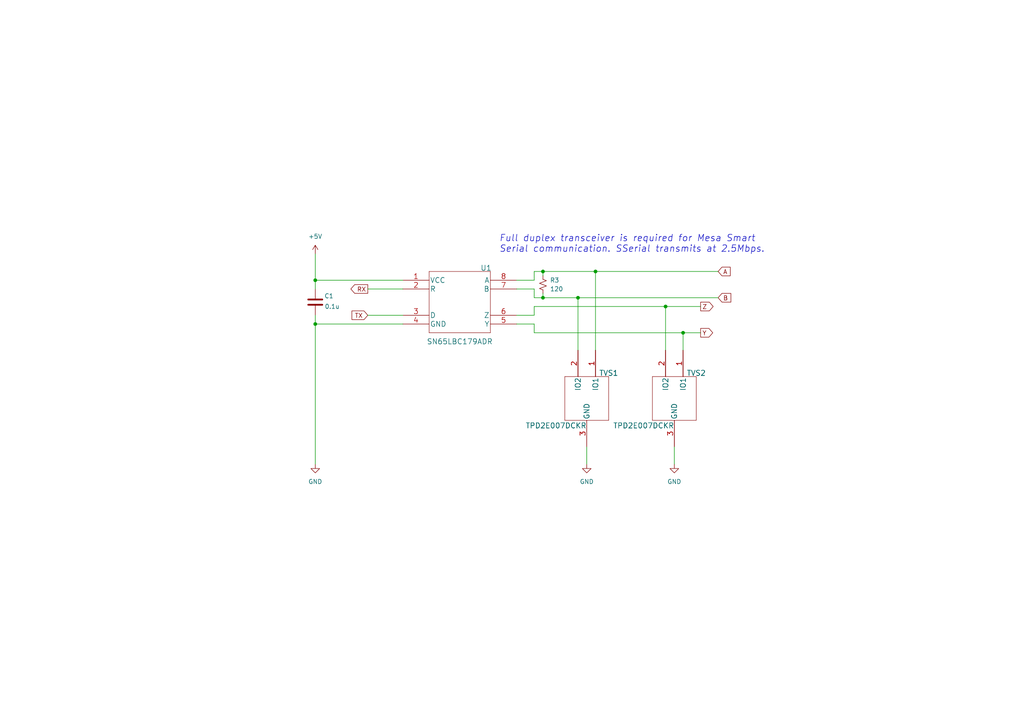
<source format=kicad_sch>
(kicad_sch (version 20230121) (generator eeschema)

  (uuid 571456b8-4e76-47d8-93f4-b2c7cf4a1392)

  (paper "A4")

  (title_block
    (title "M.E.S.S.I Basic")
    (date "2024-01-19")
    (rev "2")
    (company "Desert Shed Studio")
  )

  (lib_symbols
    (symbol "Custom_symbols:SN65LBC179P" (pin_names (offset 0.254)) (in_bom yes) (on_board yes)
      (property "Reference" "U" (at 24.13 6.35 0)
        (effects (font (size 1.524 1.524)))
      )
      (property "Value" "SN65LBC179P" (at 16.51 -13.97 0)
        (effects (font (size 1.524 1.524)))
      )
      (property "Footprint" "P8" (at 25.4 6.096 0)
        (effects (font (size 1.524 1.524)) hide)
      )
      (property "Datasheet" "https://www.ti.com/general/docs/suppproductinfo.tsp?distId=10&gotoUrl=https%3A%2F%2Fwww.ti.com%2Flit%2Fgpn%2Fsn65lbc179a" (at 0 -17.78 0)
        (effects (font (size 1.524 1.524)) hide)
      )
      (property "ki_fp_filters" "P8" (at 0 0 0)
        (effects (font (size 1.27 1.27)) hide)
      )
      (symbol "SN65LBC179P_1_1"
        (polyline
          (pts
            (xy 7.62 -12.7)
            (xy 25.4 -12.7)
          )
          (stroke (width 0.127) (type default))
          (fill (type none))
        )
        (polyline
          (pts
            (xy 7.62 5.08)
            (xy 7.62 -12.7)
          )
          (stroke (width 0.127) (type default))
          (fill (type none))
        )
        (polyline
          (pts
            (xy 25.4 -12.7)
            (xy 25.4 5.08)
          )
          (stroke (width 0.127) (type default))
          (fill (type none))
        )
        (polyline
          (pts
            (xy 25.4 5.08)
            (xy 7.62 5.08)
          )
          (stroke (width 0.127) (type default))
          (fill (type none))
        )
        (pin power_in line (at 0 2.54 0) (length 7.62)
          (name "VCC" (effects (font (size 1.4986 1.4986))))
          (number "1" (effects (font (size 1.4986 1.4986))))
        )
        (pin output line (at 0 0 0) (length 7.62)
          (name "R" (effects (font (size 1.4986 1.4986))))
          (number "2" (effects (font (size 1.4986 1.4986))))
        )
        (pin input line (at 0 -7.62 0) (length 7.62)
          (name "D" (effects (font (size 1.4986 1.4986))))
          (number "3" (effects (font (size 1.4986 1.4986))))
        )
        (pin power_in line (at 0 -10.16 0) (length 7.62)
          (name "GND" (effects (font (size 1.4986 1.4986))))
          (number "4" (effects (font (size 1.4986 1.4986))))
        )
        (pin output line (at 33.02 -10.16 180) (length 7.62)
          (name "Y" (effects (font (size 1.4986 1.4986))))
          (number "5" (effects (font (size 1.4986 1.4986))))
        )
        (pin output line (at 33.02 -7.62 180) (length 7.62)
          (name "Z" (effects (font (size 1.4986 1.4986))))
          (number "6" (effects (font (size 1.4986 1.4986))))
        )
        (pin input line (at 33.02 0 180) (length 7.62)
          (name "B" (effects (font (size 1.4986 1.4986))))
          (number "7" (effects (font (size 1.4986 1.4986))))
        )
        (pin input line (at 33.02 2.54 180) (length 7.62)
          (name "A" (effects (font (size 1.4986 1.4986))))
          (number "8" (effects (font (size 1.4986 1.4986))))
        )
      )
    )
    (symbol "Custom_symbols:TPD2E007DCKR" (pin_names (offset 0.254)) (in_bom yes) (on_board yes)
      (property "Reference" "TVS" (at 0 11.684 0)
        (effects (font (size 1.524 1.524)))
      )
      (property "Value" "TPD2E007DCKR" (at 0 9.144 0)
        (effects (font (size 1.524 1.524)))
      )
      (property "Footprint" "DCK3" (at 0 7.62 0)
        (effects (font (size 1.524 1.524)) hide)
      )
      (property "Datasheet" "" (at -13.97 1.27 0)
        (effects (font (size 1.524 1.524)))
      )
      (property "ki_fp_filters" "DCK3 DCK3-M DCK3-L" (at 0 0 0)
        (effects (font (size 1.27 1.27)) hide)
      )
      (symbol "TPD2E007DCKR_1_1"
        (polyline
          (pts
            (xy -6.35 -6.35)
            (xy 6.35 -6.35)
          )
          (stroke (width 0.127) (type solid))
          (fill (type none))
        )
        (polyline
          (pts
            (xy -6.35 6.35)
            (xy -6.35 -6.35)
          )
          (stroke (width 0.127) (type solid))
          (fill (type none))
        )
        (polyline
          (pts
            (xy 6.35 -6.35)
            (xy 6.35 6.35)
          )
          (stroke (width 0.127) (type solid))
          (fill (type none))
        )
        (polyline
          (pts
            (xy 6.35 6.35)
            (xy -6.35 6.35)
          )
          (stroke (width 0.127) (type solid))
          (fill (type none))
        )
        (pin bidirectional line (at -13.97 2.54 0) (length 7.62)
          (name "IO1" (effects (font (size 1.4986 1.4986))))
          (number "1" (effects (font (size 1.4986 1.4986))))
        )
        (pin bidirectional line (at -13.97 -2.54 0) (length 7.62)
          (name "IO2" (effects (font (size 1.4986 1.4986))))
          (number "2" (effects (font (size 1.4986 1.4986))))
        )
        (pin power_in line (at 13.97 0 180) (length 7.62)
          (name "GND" (effects (font (size 1.4986 1.4986))))
          (number "3" (effects (font (size 1.4986 1.4986))))
        )
      )
    )
    (symbol "Device:C" (pin_numbers hide) (pin_names (offset 0.254)) (in_bom yes) (on_board yes)
      (property "Reference" "C" (at 0.635 2.54 0)
        (effects (font (size 1.27 1.27)) (justify left))
      )
      (property "Value" "C" (at 0.635 -2.54 0)
        (effects (font (size 1.27 1.27)) (justify left))
      )
      (property "Footprint" "" (at 0.9652 -3.81 0)
        (effects (font (size 1.27 1.27)) hide)
      )
      (property "Datasheet" "~" (at 0 0 0)
        (effects (font (size 1.27 1.27)) hide)
      )
      (property "ki_keywords" "cap capacitor" (at 0 0 0)
        (effects (font (size 1.27 1.27)) hide)
      )
      (property "ki_description" "Unpolarized capacitor" (at 0 0 0)
        (effects (font (size 1.27 1.27)) hide)
      )
      (property "ki_fp_filters" "C_*" (at 0 0 0)
        (effects (font (size 1.27 1.27)) hide)
      )
      (symbol "C_0_1"
        (polyline
          (pts
            (xy -2.032 -0.762)
            (xy 2.032 -0.762)
          )
          (stroke (width 0.508) (type default))
          (fill (type none))
        )
        (polyline
          (pts
            (xy -2.032 0.762)
            (xy 2.032 0.762)
          )
          (stroke (width 0.508) (type default))
          (fill (type none))
        )
      )
      (symbol "C_1_1"
        (pin passive line (at 0 3.81 270) (length 2.794)
          (name "~" (effects (font (size 1.27 1.27))))
          (number "1" (effects (font (size 1.27 1.27))))
        )
        (pin passive line (at 0 -3.81 90) (length 2.794)
          (name "~" (effects (font (size 1.27 1.27))))
          (number "2" (effects (font (size 1.27 1.27))))
        )
      )
    )
    (symbol "Device:R_Small_US" (pin_numbers hide) (pin_names (offset 0.254) hide) (in_bom yes) (on_board yes)
      (property "Reference" "R" (at 0.762 0.508 0)
        (effects (font (size 1.27 1.27)) (justify left))
      )
      (property "Value" "R_Small_US" (at 0.762 -1.016 0)
        (effects (font (size 1.27 1.27)) (justify left))
      )
      (property "Footprint" "" (at 0 0 0)
        (effects (font (size 1.27 1.27)) hide)
      )
      (property "Datasheet" "~" (at 0 0 0)
        (effects (font (size 1.27 1.27)) hide)
      )
      (property "ki_keywords" "r resistor" (at 0 0 0)
        (effects (font (size 1.27 1.27)) hide)
      )
      (property "ki_description" "Resistor, small US symbol" (at 0 0 0)
        (effects (font (size 1.27 1.27)) hide)
      )
      (property "ki_fp_filters" "R_*" (at 0 0 0)
        (effects (font (size 1.27 1.27)) hide)
      )
      (symbol "R_Small_US_1_1"
        (polyline
          (pts
            (xy 0 0)
            (xy 1.016 -0.381)
            (xy 0 -0.762)
            (xy -1.016 -1.143)
            (xy 0 -1.524)
          )
          (stroke (width 0) (type default))
          (fill (type none))
        )
        (polyline
          (pts
            (xy 0 1.524)
            (xy 1.016 1.143)
            (xy 0 0.762)
            (xy -1.016 0.381)
            (xy 0 0)
          )
          (stroke (width 0) (type default))
          (fill (type none))
        )
        (pin passive line (at 0 2.54 270) (length 1.016)
          (name "~" (effects (font (size 1.27 1.27))))
          (number "1" (effects (font (size 1.27 1.27))))
        )
        (pin passive line (at 0 -2.54 90) (length 1.016)
          (name "~" (effects (font (size 1.27 1.27))))
          (number "2" (effects (font (size 1.27 1.27))))
        )
      )
    )
    (symbol "power:+5V" (power) (pin_names (offset 0)) (in_bom yes) (on_board yes)
      (property "Reference" "#PWR" (at 0 -3.81 0)
        (effects (font (size 1.27 1.27)) hide)
      )
      (property "Value" "+5V" (at 0 3.556 0)
        (effects (font (size 1.27 1.27)))
      )
      (property "Footprint" "" (at 0 0 0)
        (effects (font (size 1.27 1.27)) hide)
      )
      (property "Datasheet" "" (at 0 0 0)
        (effects (font (size 1.27 1.27)) hide)
      )
      (property "ki_keywords" "global power" (at 0 0 0)
        (effects (font (size 1.27 1.27)) hide)
      )
      (property "ki_description" "Power symbol creates a global label with name \"+5V\"" (at 0 0 0)
        (effects (font (size 1.27 1.27)) hide)
      )
      (symbol "+5V_0_1"
        (polyline
          (pts
            (xy -0.762 1.27)
            (xy 0 2.54)
          )
          (stroke (width 0) (type default))
          (fill (type none))
        )
        (polyline
          (pts
            (xy 0 0)
            (xy 0 2.54)
          )
          (stroke (width 0) (type default))
          (fill (type none))
        )
        (polyline
          (pts
            (xy 0 2.54)
            (xy 0.762 1.27)
          )
          (stroke (width 0) (type default))
          (fill (type none))
        )
      )
      (symbol "+5V_1_1"
        (pin power_in line (at 0 0 90) (length 0) hide
          (name "+5V" (effects (font (size 1.27 1.27))))
          (number "1" (effects (font (size 1.27 1.27))))
        )
      )
    )
    (symbol "power:GND" (power) (pin_names (offset 0)) (in_bom yes) (on_board yes)
      (property "Reference" "#PWR" (at 0 -6.35 0)
        (effects (font (size 1.27 1.27)) hide)
      )
      (property "Value" "GND" (at 0 -3.81 0)
        (effects (font (size 1.27 1.27)))
      )
      (property "Footprint" "" (at 0 0 0)
        (effects (font (size 1.27 1.27)) hide)
      )
      (property "Datasheet" "" (at 0 0 0)
        (effects (font (size 1.27 1.27)) hide)
      )
      (property "ki_keywords" "global power" (at 0 0 0)
        (effects (font (size 1.27 1.27)) hide)
      )
      (property "ki_description" "Power symbol creates a global label with name \"GND\" , ground" (at 0 0 0)
        (effects (font (size 1.27 1.27)) hide)
      )
      (symbol "GND_0_1"
        (polyline
          (pts
            (xy 0 0)
            (xy 0 -1.27)
            (xy 1.27 -1.27)
            (xy 0 -2.54)
            (xy -1.27 -1.27)
            (xy 0 -1.27)
          )
          (stroke (width 0) (type default))
          (fill (type none))
        )
      )
      (symbol "GND_1_1"
        (pin power_in line (at 0 0 270) (length 0) hide
          (name "GND" (effects (font (size 1.27 1.27))))
          (number "1" (effects (font (size 1.27 1.27))))
        )
      )
    )
  )

  (junction (at 157.48 78.74) (diameter 0) (color 0 0 0 0)
    (uuid 281e143e-e07b-45e1-b354-bcb01279a8ac)
  )
  (junction (at 91.44 93.98) (diameter 0) (color 0 0 0 0)
    (uuid 40d4d073-dd68-4def-b71f-e44cecb15a66)
  )
  (junction (at 91.44 81.28) (diameter 0) (color 0 0 0 0)
    (uuid 4aba08e5-87a8-4955-9fc0-cc087f1dfcb3)
  )
  (junction (at 198.12 96.52) (diameter 0) (color 0 0 0 0)
    (uuid 9a44e644-b4f9-4ad7-a941-fdc8dda139b5)
  )
  (junction (at 193.04 88.9) (diameter 0) (color 0 0 0 0)
    (uuid 9e4ad0f1-2dca-4208-85f0-51c5c5dde2db)
  )
  (junction (at 167.64 86.36) (diameter 0) (color 0 0 0 0)
    (uuid d4710a78-0930-42d0-8492-c5d1a1e6249c)
  )
  (junction (at 157.48 86.36) (diameter 0) (color 0 0 0 0)
    (uuid ebca0108-c650-429b-931a-5713458afedc)
  )
  (junction (at 172.72 78.74) (diameter 0) (color 0 0 0 0)
    (uuid f053f947-95f6-4266-bffd-96abd42251f9)
  )

  (wire (pts (xy 149.86 93.98) (xy 154.94 93.98))
    (stroke (width 0) (type default))
    (uuid 08327c4f-4e38-4669-b89e-7e485f552bd7)
  )
  (wire (pts (xy 172.72 78.74) (xy 208.28 78.74))
    (stroke (width 0) (type default))
    (uuid 09f1d9c4-2682-4ff4-902f-763325d080ca)
  )
  (wire (pts (xy 154.94 83.82) (xy 149.86 83.82))
    (stroke (width 0) (type default))
    (uuid 0ec32a14-2551-4648-b093-8cfd9597029f)
  )
  (wire (pts (xy 154.94 91.44) (xy 154.94 88.9))
    (stroke (width 0) (type default))
    (uuid 0f498769-fb5d-44fc-b956-6ffbef757d41)
  )
  (wire (pts (xy 106.68 83.82) (xy 116.84 83.82))
    (stroke (width 0) (type default))
    (uuid 231d23fc-3d82-4630-899a-0e1caac3f74f)
  )
  (wire (pts (xy 172.72 78.74) (xy 172.72 101.6))
    (stroke (width 0) (type default))
    (uuid 29c379ed-f159-4019-a116-9695a7fffae4)
  )
  (wire (pts (xy 170.18 129.54) (xy 170.18 134.62))
    (stroke (width 0) (type default))
    (uuid 2d630b25-ecd6-4545-b913-8f739c24f5f1)
  )
  (wire (pts (xy 91.44 91.44) (xy 91.44 93.98))
    (stroke (width 0) (type default))
    (uuid 2e9cf152-50f3-4bf6-9a42-1c9182899e4a)
  )
  (wire (pts (xy 91.44 93.98) (xy 116.84 93.98))
    (stroke (width 0) (type default))
    (uuid 3cc81613-0afb-4334-98f7-4da8f3c63f07)
  )
  (wire (pts (xy 154.94 96.52) (xy 198.12 96.52))
    (stroke (width 0) (type default))
    (uuid 3e1a9445-ba71-47e5-9d4d-c64fed13281e)
  )
  (wire (pts (xy 106.68 91.44) (xy 116.84 91.44))
    (stroke (width 0) (type default))
    (uuid 3f76eea0-fe8b-4d54-bdf0-c9bc8ccdce87)
  )
  (wire (pts (xy 157.48 86.36) (xy 167.64 86.36))
    (stroke (width 0) (type default))
    (uuid 410ba33e-d7a9-47e1-a0d9-b5d3c6c8837e)
  )
  (wire (pts (xy 167.64 86.36) (xy 208.28 86.36))
    (stroke (width 0) (type default))
    (uuid 43a36dab-0947-4078-8bf0-5fb0c30b1896)
  )
  (wire (pts (xy 91.44 93.98) (xy 91.44 134.62))
    (stroke (width 0) (type default))
    (uuid 44df7b72-d95a-48b1-8ea0-8354896eab03)
  )
  (wire (pts (xy 149.86 91.44) (xy 154.94 91.44))
    (stroke (width 0) (type default))
    (uuid 53828263-b529-4c50-8f63-60e51848f82d)
  )
  (wire (pts (xy 154.94 93.98) (xy 154.94 96.52))
    (stroke (width 0) (type default))
    (uuid 60803f7c-0a2a-40f5-81af-9ad086edd984)
  )
  (wire (pts (xy 167.64 86.36) (xy 167.64 101.6))
    (stroke (width 0) (type default))
    (uuid 6e30b239-c6f1-4a5f-94b7-2a04c8e570f6)
  )
  (wire (pts (xy 91.44 73.66) (xy 91.44 81.28))
    (stroke (width 0) (type default))
    (uuid 783a6e00-ea2c-4a86-95de-9d7a603b6150)
  )
  (wire (pts (xy 154.94 86.36) (xy 154.94 83.82))
    (stroke (width 0) (type default))
    (uuid 84acbfce-b00d-476c-81c6-a76ea0d7a715)
  )
  (wire (pts (xy 149.86 81.28) (xy 154.94 81.28))
    (stroke (width 0) (type default))
    (uuid 8b93b332-0f1d-4d35-8486-aaf389958737)
  )
  (wire (pts (xy 157.48 86.36) (xy 154.94 86.36))
    (stroke (width 0) (type default))
    (uuid 8e9a80a2-7fca-41a9-b838-c4004a8bdc59)
  )
  (wire (pts (xy 157.48 78.74) (xy 157.48 80.01))
    (stroke (width 0) (type default))
    (uuid 92658da9-1f26-4bb7-8bc3-54e2d3686438)
  )
  (wire (pts (xy 91.44 81.28) (xy 116.84 81.28))
    (stroke (width 0) (type default))
    (uuid 97c70c7e-52fd-4096-a42a-fbcd1c5ff1fa)
  )
  (wire (pts (xy 193.04 88.9) (xy 193.04 101.6))
    (stroke (width 0) (type default))
    (uuid aef2120e-3b45-46d5-9f30-bad039f0bcc5)
  )
  (wire (pts (xy 157.48 78.74) (xy 172.72 78.74))
    (stroke (width 0) (type default))
    (uuid b0b9baa9-759c-4e34-a20e-e1aeeef1889e)
  )
  (wire (pts (xy 198.12 96.52) (xy 203.2 96.52))
    (stroke (width 0) (type default))
    (uuid b77dd306-5945-41cb-8c1e-a400ccb33041)
  )
  (wire (pts (xy 157.48 85.09) (xy 157.48 86.36))
    (stroke (width 0) (type default))
    (uuid c95be882-0ff9-42ab-83c6-a2c9c117a247)
  )
  (wire (pts (xy 198.12 96.52) (xy 198.12 101.6))
    (stroke (width 0) (type default))
    (uuid d50363ac-87a0-422b-8a55-30f0f2684d2a)
  )
  (wire (pts (xy 154.94 88.9) (xy 193.04 88.9))
    (stroke (width 0) (type default))
    (uuid da8ec1ec-7f40-49b1-8ff3-312f3f017e81)
  )
  (wire (pts (xy 154.94 81.28) (xy 154.94 78.74))
    (stroke (width 0) (type default))
    (uuid dea7e84f-3cbf-4ae5-81bf-b6ffc67b8e2a)
  )
  (wire (pts (xy 193.04 88.9) (xy 203.2 88.9))
    (stroke (width 0) (type default))
    (uuid debaba87-00d7-4df6-81bf-45a27fbb75ea)
  )
  (wire (pts (xy 195.58 129.54) (xy 195.58 134.62))
    (stroke (width 0) (type default))
    (uuid e2664a30-66f3-4319-b7b4-ff85d4b60372)
  )
  (wire (pts (xy 154.94 78.74) (xy 157.48 78.74))
    (stroke (width 0) (type default))
    (uuid e85d735a-6f90-48f4-ad68-7402de388748)
  )
  (wire (pts (xy 91.44 81.28) (xy 91.44 83.82))
    (stroke (width 0) (type default))
    (uuid f398a1ca-1732-4bc5-ac0d-0cf6e4e45cc1)
  )

  (text "Full duplex transceiver is required for Mesa Smart\nSerial communication. SSerial transmits at 2.5Mbps."
    (at 144.78 73.406 0)
    (effects (font (size 1.905 1.905) italic) (justify left bottom))
    (uuid 1c06c7ca-3b02-4d79-9f11-199a236ba564)
  )

  (global_label "Y" (shape output) (at 203.2 96.52 0) (fields_autoplaced)
    (effects (font (size 1.27 1.27)) (justify left))
    (uuid 282825a5-cf90-4d34-9027-083ca7bc8a7f)
    (property "Intersheetrefs" "${INTERSHEET_REFS}" (at 206.7017 96.4406 0)
      (effects (font (size 1.27 1.27)) (justify left) hide)
    )
  )
  (global_label "Z" (shape output) (at 203.2 88.9 0) (fields_autoplaced)
    (effects (font (size 1.27 1.27)) (justify left))
    (uuid 298d4e9f-7831-420d-85c4-e26d0da04ba7)
    (property "Intersheetrefs" "${INTERSHEET_REFS}" (at 206.8226 88.8206 0)
      (effects (font (size 1.27 1.27)) (justify left) hide)
    )
  )
  (global_label "B" (shape input) (at 208.28 86.36 0) (fields_autoplaced)
    (effects (font (size 1.27 1.27)) (justify left))
    (uuid 7302f706-056b-4b8a-bf16-e225a8806fbc)
    (property "Intersheetrefs" "${INTERSHEET_REFS}" (at 211.9631 86.2806 0)
      (effects (font (size 1.27 1.27)) (justify left) hide)
    )
  )
  (global_label "TX" (shape input) (at 106.68 91.44 180) (fields_autoplaced)
    (effects (font (size 1.27 1.27)) (justify right))
    (uuid a6e8cccf-1412-4828-bbd0-bcdfb3e446b2)
    (property "Intersheetrefs" "${INTERSHEET_REFS}" (at 101.5971 91.44 0)
      (effects (font (size 1.27 1.27)) (justify right) hide)
    )
  )
  (global_label "RX" (shape output) (at 106.68 83.82 180) (fields_autoplaced)
    (effects (font (size 1.27 1.27)) (justify right))
    (uuid bfe7e117-a5dc-4f13-a509-fd4614aa9307)
    (property "Intersheetrefs" "${INTERSHEET_REFS}" (at 101.2947 83.82 0)
      (effects (font (size 1.27 1.27)) (justify right) hide)
    )
  )
  (global_label "A" (shape input) (at 208.28 78.74 0) (fields_autoplaced)
    (effects (font (size 1.27 1.27)) (justify left))
    (uuid dc672527-d04c-4cb5-a00d-5954aabddd8e)
    (property "Intersheetrefs" "${INTERSHEET_REFS}" (at 211.7817 78.6606 0)
      (effects (font (size 1.27 1.27)) (justify left) hide)
    )
  )

  (symbol (lib_id "power:GND") (at 91.44 134.62 0) (unit 1)
    (in_bom yes) (on_board yes) (dnp no) (fields_autoplaced)
    (uuid 237cea48-6319-42ff-8663-dfe7b881a13c)
    (property "Reference" "#PWR04" (at 91.44 140.97 0)
      (effects (font (size 1.27 1.27)) hide)
    )
    (property "Value" "GND" (at 91.44 139.7 0)
      (effects (font (size 1.27 1.27)))
    )
    (property "Footprint" "" (at 91.44 134.62 0)
      (effects (font (size 1.27 1.27)) hide)
    )
    (property "Datasheet" "" (at 91.44 134.62 0)
      (effects (font (size 1.27 1.27)) hide)
    )
    (pin "1" (uuid 23573097-3255-4d1e-ab1f-f3fb0ff28601))
    (instances
      (project "M.E.S.S.I Basic"
        (path "/0f80d380-865a-4d3e-97a4-ceb95fb0399b/3e8e4a49-026a-4f22-8f59-9c01b40dd0eb"
          (reference "#PWR04") (unit 1)
        )
      )
      (project "M.E.S.S.I Board"
        (path "/75d51de8-0ecc-435d-842c-0352fdc38aee/2fb626ce-0905-40e0-b18f-8bb332f7449f"
          (reference "#PWR04") (unit 1)
        )
      )
      (project "MESSI"
        (path "/e63e39d7-6ac0-4ffd-8aa3-1841a4541b55"
          (reference "#PWR?") (unit 1)
        )
      )
    )
  )

  (symbol (lib_id "Device:C") (at 91.44 87.63 180) (unit 1)
    (in_bom yes) (on_board yes) (dnp no)
    (uuid 312f275a-8d07-45d2-95dc-2cd7f1362ec3)
    (property "Reference" "C1" (at 96.774 85.852 0)
      (effects (font (size 1.27 1.27)) (justify left))
    )
    (property "Value" "0.1u" (at 98.552 88.9 0)
      (effects (font (size 1.27 1.27)) (justify left))
    )
    (property "Footprint" "Capacitor_SMD:C_0603_1608Metric" (at 90.4748 83.82 0)
      (effects (font (size 1.27 1.27)) hide)
    )
    (property "Datasheet" "~" (at 91.44 87.63 0)
      (effects (font (size 1.27 1.27)) hide)
    )
    (pin "1" (uuid ec08f2ae-088f-484d-bffd-02dcae59e9fd))
    (pin "2" (uuid d3705873-401d-4955-ad0d-e6771a2f81b2))
    (instances
      (project "M.E.S.S.I Basic"
        (path "/0f80d380-865a-4d3e-97a4-ceb95fb0399b/3e8e4a49-026a-4f22-8f59-9c01b40dd0eb"
          (reference "C1") (unit 1)
        )
      )
      (project "M.E.S.S.I Board"
        (path "/75d51de8-0ecc-435d-842c-0352fdc38aee/2fb626ce-0905-40e0-b18f-8bb332f7449f"
          (reference "C3") (unit 1)
        )
      )
      (project "MESSI"
        (path "/e63e39d7-6ac0-4ffd-8aa3-1841a4541b55"
          (reference "C?") (unit 1)
        )
      )
    )
  )

  (symbol (lib_id "Custom_symbols:TPD2E007DCKR") (at 195.58 115.57 270) (unit 1)
    (in_bom yes) (on_board yes) (dnp no)
    (uuid 56a99f29-8271-4d1e-a629-d6d9b17c81d9)
    (property "Reference" "TVS2" (at 199.136 108.204 90)
      (effects (font (size 1.524 1.524)) (justify left))
    )
    (property "Value" "TPD2E007DCKR" (at 177.8 123.444 90)
      (effects (font (size 1.524 1.524)) (justify left))
    )
    (property "Footprint" "Package_TO_SOT_SMD:SOT-323_SC-70" (at 203.2 115.57 0)
      (effects (font (size 1.524 1.524)) hide)
    )
    (property "Datasheet" "" (at 196.85 101.6 0)
      (effects (font (size 1.524 1.524)))
    )
    (pin "1" (uuid ab2eb1c1-faa6-4318-a2cc-fed73a58013c))
    (pin "2" (uuid 18082d03-209e-45ab-853c-0c679c16f202))
    (pin "3" (uuid 6fa0dcf5-6191-497a-b04c-b52b7c52cef3))
    (instances
      (project "M.E.S.S.I Basic"
        (path "/0f80d380-865a-4d3e-97a4-ceb95fb0399b/3e8e4a49-026a-4f22-8f59-9c01b40dd0eb"
          (reference "TVS2") (unit 1)
        )
      )
      (project "M.E.S.S.I Board"
        (path "/75d51de8-0ecc-435d-842c-0352fdc38aee/2fb626ce-0905-40e0-b18f-8bb332f7449f"
          (reference "TVS2") (unit 1)
        )
      )
    )
  )

  (symbol (lib_id "power:+5V") (at 91.44 73.66 0) (unit 1)
    (in_bom yes) (on_board yes) (dnp no) (fields_autoplaced)
    (uuid 5dfe2bea-9daa-400e-81ba-494d350d32cb)
    (property "Reference" "#PWR03" (at 91.44 77.47 0)
      (effects (font (size 1.27 1.27)) hide)
    )
    (property "Value" "+5V" (at 91.44 68.58 0)
      (effects (font (size 1.27 1.27)))
    )
    (property "Footprint" "" (at 91.44 73.66 0)
      (effects (font (size 1.27 1.27)) hide)
    )
    (property "Datasheet" "" (at 91.44 73.66 0)
      (effects (font (size 1.27 1.27)) hide)
    )
    (pin "1" (uuid 08888c0b-7888-4a3c-815f-8085335a86a6))
    (instances
      (project "M.E.S.S.I Basic"
        (path "/0f80d380-865a-4d3e-97a4-ceb95fb0399b/3e8e4a49-026a-4f22-8f59-9c01b40dd0eb"
          (reference "#PWR03") (unit 1)
        )
      )
      (project "M.E.S.S.I Board"
        (path "/75d51de8-0ecc-435d-842c-0352fdc38aee/2fb626ce-0905-40e0-b18f-8bb332f7449f"
          (reference "#PWR03") (unit 1)
        )
      )
      (project "MESSI"
        (path "/e63e39d7-6ac0-4ffd-8aa3-1841a4541b55"
          (reference "#PWR?") (unit 1)
        )
      )
    )
  )

  (symbol (lib_id "Custom_symbols:TPD2E007DCKR") (at 170.18 115.57 270) (unit 1)
    (in_bom yes) (on_board yes) (dnp no)
    (uuid 70052489-4a16-44f1-ab52-70d6e8ddb3cf)
    (property "Reference" "TVS1" (at 173.736 108.204 90)
      (effects (font (size 1.524 1.524)) (justify left))
    )
    (property "Value" "TPD2E007DCKR" (at 152.4 123.444 90)
      (effects (font (size 1.524 1.524)) (justify left))
    )
    (property "Footprint" "Package_TO_SOT_SMD:SOT-323_SC-70" (at 177.8 115.57 0)
      (effects (font (size 1.524 1.524)) hide)
    )
    (property "Datasheet" "" (at 171.45 101.6 0)
      (effects (font (size 1.524 1.524)))
    )
    (pin "1" (uuid 88aa3fe9-d20c-47d7-bd00-44cdd0d17ada))
    (pin "2" (uuid dcfda08c-4b48-4ca1-b33c-b4b973cebc89))
    (pin "3" (uuid 665bc5b1-ace3-48ea-a08e-e546fa22a4fc))
    (instances
      (project "M.E.S.S.I Basic"
        (path "/0f80d380-865a-4d3e-97a4-ceb95fb0399b/3e8e4a49-026a-4f22-8f59-9c01b40dd0eb"
          (reference "TVS1") (unit 1)
        )
      )
      (project "M.E.S.S.I Board"
        (path "/75d51de8-0ecc-435d-842c-0352fdc38aee/2fb626ce-0905-40e0-b18f-8bb332f7449f"
          (reference "TVS1") (unit 1)
        )
      )
    )
  )

  (symbol (lib_id "power:GND") (at 170.18 134.62 0) (unit 1)
    (in_bom yes) (on_board yes) (dnp no) (fields_autoplaced)
    (uuid 75bd89ef-d3b9-4248-b5f6-def7bc978b8c)
    (property "Reference" "#PWR05" (at 170.18 140.97 0)
      (effects (font (size 1.27 1.27)) hide)
    )
    (property "Value" "GND" (at 170.18 139.7 0)
      (effects (font (size 1.27 1.27)))
    )
    (property "Footprint" "" (at 170.18 134.62 0)
      (effects (font (size 1.27 1.27)) hide)
    )
    (property "Datasheet" "" (at 170.18 134.62 0)
      (effects (font (size 1.27 1.27)) hide)
    )
    (pin "1" (uuid f1ec1cfc-a2a6-49dc-bea4-548f78109922))
    (instances
      (project "M.E.S.S.I Basic"
        (path "/0f80d380-865a-4d3e-97a4-ceb95fb0399b/3e8e4a49-026a-4f22-8f59-9c01b40dd0eb"
          (reference "#PWR05") (unit 1)
        )
      )
      (project "M.E.S.S.I Board"
        (path "/75d51de8-0ecc-435d-842c-0352fdc38aee/2fb626ce-0905-40e0-b18f-8bb332f7449f"
          (reference "#PWR06") (unit 1)
        )
      )
      (project "MESSI"
        (path "/e63e39d7-6ac0-4ffd-8aa3-1841a4541b55"
          (reference "#PWR?") (unit 1)
        )
      )
    )
  )

  (symbol (lib_id "Device:R_Small_US") (at 157.48 82.55 0) (unit 1)
    (in_bom yes) (on_board yes) (dnp no) (fields_autoplaced)
    (uuid a0df21a2-f57d-4c96-9540-b06bc2b28129)
    (property "Reference" "R3" (at 159.512 81.2799 0)
      (effects (font (size 1.27 1.27)) (justify left))
    )
    (property "Value" "120" (at 159.512 83.8199 0)
      (effects (font (size 1.27 1.27)) (justify left))
    )
    (property "Footprint" "Resistor_SMD:R_0603_1608Metric" (at 157.48 82.55 0)
      (effects (font (size 1.27 1.27)) hide)
    )
    (property "Datasheet" "~" (at 157.48 82.55 0)
      (effects (font (size 1.27 1.27)) hide)
    )
    (pin "1" (uuid b2b458c8-a660-4b4b-80ea-39d286e8a2f0))
    (pin "2" (uuid 5ae4e67a-e623-4c52-b306-f08f960e7a64))
    (instances
      (project "M.E.S.S.I Basic"
        (path "/0f80d380-865a-4d3e-97a4-ceb95fb0399b/3e8e4a49-026a-4f22-8f59-9c01b40dd0eb"
          (reference "R3") (unit 1)
        )
      )
      (project "M.E.S.S.I Board"
        (path "/75d51de8-0ecc-435d-842c-0352fdc38aee/2fb626ce-0905-40e0-b18f-8bb332f7449f"
          (reference "R7") (unit 1)
        )
      )
      (project "MESSI"
        (path "/e63e39d7-6ac0-4ffd-8aa3-1841a4541b55"
          (reference "R?") (unit 1)
        )
      )
    )
  )

  (symbol (lib_id "power:GND") (at 195.58 134.62 0) (unit 1)
    (in_bom yes) (on_board yes) (dnp no) (fields_autoplaced)
    (uuid b005d784-ac95-4775-9ad5-1280f781b541)
    (property "Reference" "#PWR06" (at 195.58 140.97 0)
      (effects (font (size 1.27 1.27)) hide)
    )
    (property "Value" "GND" (at 195.58 139.7 0)
      (effects (font (size 1.27 1.27)))
    )
    (property "Footprint" "" (at 195.58 134.62 0)
      (effects (font (size 1.27 1.27)) hide)
    )
    (property "Datasheet" "" (at 195.58 134.62 0)
      (effects (font (size 1.27 1.27)) hide)
    )
    (pin "1" (uuid f176e4fb-7c57-4ac1-a0fc-205d390604ed))
    (instances
      (project "M.E.S.S.I Basic"
        (path "/0f80d380-865a-4d3e-97a4-ceb95fb0399b/3e8e4a49-026a-4f22-8f59-9c01b40dd0eb"
          (reference "#PWR06") (unit 1)
        )
      )
      (project "M.E.S.S.I Board"
        (path "/75d51de8-0ecc-435d-842c-0352fdc38aee/2fb626ce-0905-40e0-b18f-8bb332f7449f"
          (reference "#PWR07") (unit 1)
        )
      )
      (project "MESSI"
        (path "/e63e39d7-6ac0-4ffd-8aa3-1841a4541b55"
          (reference "#PWR?") (unit 1)
        )
      )
    )
  )

  (symbol (lib_id "Custom_symbols:SN65LBC179P") (at 116.84 83.82 0) (unit 1)
    (in_bom yes) (on_board yes) (dnp no)
    (uuid b0563dc0-5627-41a6-a5de-2d2e8722c061)
    (property "Reference" "U1" (at 140.97 77.724 0)
      (effects (font (size 1.524 1.524)))
    )
    (property "Value" "SN65LBC179ADR" (at 133.35 99.06 0)
      (effects (font (size 1.524 1.524)))
    )
    (property "Footprint" "Package_SO:SOIC-8_3.9x4.9mm_P1.27mm" (at 142.24 77.724 0)
      (effects (font (size 1.524 1.524)) hide)
    )
    (property "Datasheet" "https://www.ti.com/general/docs/suppproductinfo.tsp?distId=10&gotoUrl=https%3A%2F%2Fwww.ti.com%2Flit%2Fgpn%2Fsn65lbc179a" (at 116.84 101.6 0)
      (effects (font (size 1.524 1.524)) hide)
    )
    (pin "1" (uuid 5fcfaf25-f2a5-4ea2-bc2a-ab773273d7dd))
    (pin "2" (uuid 0bbc53f1-fa25-41ab-a5b8-8cc3540bfdc2))
    (pin "3" (uuid d6203419-8b6c-429c-966e-528041001206))
    (pin "4" (uuid 8d8d07a5-f225-45c4-9c85-cca877343c0c))
    (pin "5" (uuid 2573bce2-db5b-46a6-bd3e-f1ddcbecae84))
    (pin "6" (uuid 40d57acd-ab55-41a2-8616-d42c1baa5a61))
    (pin "7" (uuid ef1f20e5-1e11-47ad-84a4-677ff45a5941))
    (pin "8" (uuid 0f00bf7d-0c6f-4aa2-876e-c542530fb15f))
    (instances
      (project "M.E.S.S.I Basic"
        (path "/0f80d380-865a-4d3e-97a4-ceb95fb0399b/3e8e4a49-026a-4f22-8f59-9c01b40dd0eb"
          (reference "U1") (unit 1)
        )
      )
      (project "M.E.S.S.I Board"
        (path "/75d51de8-0ecc-435d-842c-0352fdc38aee/2fb626ce-0905-40e0-b18f-8bb332f7449f"
          (reference "U2") (unit 1)
        )
      )
      (project "MESSI"
        (path "/e63e39d7-6ac0-4ffd-8aa3-1841a4541b55"
          (reference "U?") (unit 1)
        )
      )
    )
  )
)

</source>
